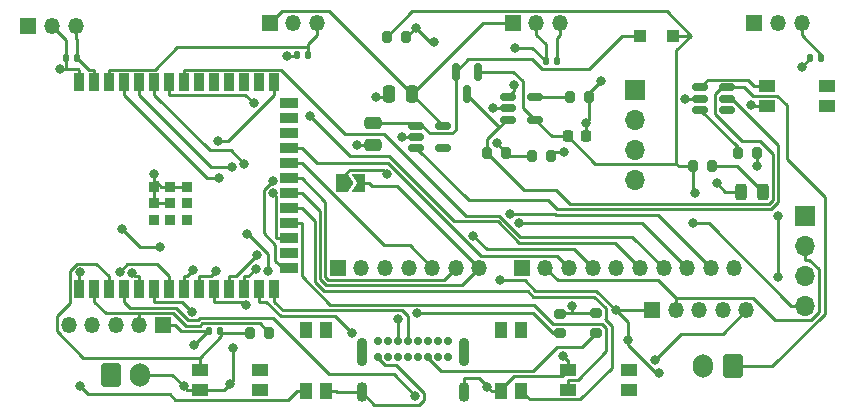
<source format=gbr>
%TF.GenerationSoftware,KiCad,Pcbnew,7.0.7*%
%TF.CreationDate,2025-04-06T11:57:42-05:00*%
%TF.ProjectId,LASK5_V2-0,4c41534b-355f-4563-922d-302e6b696361,rev?*%
%TF.SameCoordinates,Original*%
%TF.FileFunction,Copper,L1,Top*%
%TF.FilePolarity,Positive*%
%FSLAX46Y46*%
G04 Gerber Fmt 4.6, Leading zero omitted, Abs format (unit mm)*
G04 Created by KiCad (PCBNEW 7.0.7) date 2025-04-06 11:57:42*
%MOMM*%
%LPD*%
G01*
G04 APERTURE LIST*
G04 Aperture macros list*
%AMRoundRect*
0 Rectangle with rounded corners*
0 $1 Rounding radius*
0 $2 $3 $4 $5 $6 $7 $8 $9 X,Y pos of 4 corners*
0 Add a 4 corners polygon primitive as box body*
4,1,4,$2,$3,$4,$5,$6,$7,$8,$9,$2,$3,0*
0 Add four circle primitives for the rounded corners*
1,1,$1+$1,$2,$3*
1,1,$1+$1,$4,$5*
1,1,$1+$1,$6,$7*
1,1,$1+$1,$8,$9*
0 Add four rect primitives between the rounded corners*
20,1,$1+$1,$2,$3,$4,$5,0*
20,1,$1+$1,$4,$5,$6,$7,0*
20,1,$1+$1,$6,$7,$8,$9,0*
20,1,$1+$1,$8,$9,$2,$3,0*%
%AMFreePoly0*
4,1,6,1.000000,0.000000,0.500000,-0.750000,-0.500000,-0.750000,-0.500000,0.750000,0.500000,0.750000,1.000000,0.000000,1.000000,0.000000,$1*%
%AMFreePoly1*
4,1,6,0.500000,-0.750000,-0.650000,-0.750000,-0.150000,0.000000,-0.650000,0.750000,0.500000,0.750000,0.500000,-0.750000,0.500000,-0.750000,$1*%
G04 Aperture macros list end*
%TA.AperFunction,SMDPad,CuDef*%
%ADD10RoundRect,0.140000X-0.140000X-0.170000X0.140000X-0.170000X0.140000X0.170000X-0.140000X0.170000X0*%
%TD*%
%TA.AperFunction,SMDPad,CuDef*%
%ADD11RoundRect,0.200000X-0.200000X-0.275000X0.200000X-0.275000X0.200000X0.275000X-0.200000X0.275000X0*%
%TD*%
%TA.AperFunction,SMDPad,CuDef*%
%ADD12RoundRect,0.250000X-0.475000X0.250000X-0.475000X-0.250000X0.475000X-0.250000X0.475000X0.250000X0*%
%TD*%
%TA.AperFunction,SMDPad,CuDef*%
%ADD13RoundRect,0.150000X-0.150000X0.587500X-0.150000X-0.587500X0.150000X-0.587500X0.150000X0.587500X0*%
%TD*%
%TA.AperFunction,SMDPad,CuDef*%
%ADD14RoundRect,0.150000X-0.512500X-0.150000X0.512500X-0.150000X0.512500X0.150000X-0.512500X0.150000X0*%
%TD*%
%TA.AperFunction,SMDPad,CuDef*%
%ADD15RoundRect,0.200000X0.275000X-0.200000X0.275000X0.200000X-0.275000X0.200000X-0.275000X-0.200000X0*%
%TD*%
%TA.AperFunction,ComponentPad*%
%ADD16R,1.700000X1.700000*%
%TD*%
%TA.AperFunction,ComponentPad*%
%ADD17O,1.700000X1.700000*%
%TD*%
%TA.AperFunction,ComponentPad*%
%ADD18R,1.350000X1.350000*%
%TD*%
%TA.AperFunction,ComponentPad*%
%ADD19O,1.350000X1.350000*%
%TD*%
%TA.AperFunction,SMDPad,CuDef*%
%ADD20R,1.450000X1.000000*%
%TD*%
%TA.AperFunction,SMDPad,CuDef*%
%ADD21RoundRect,0.225000X0.225000X0.250000X-0.225000X0.250000X-0.225000X-0.250000X0.225000X-0.250000X0*%
%TD*%
%TA.AperFunction,SMDPad,CuDef*%
%ADD22RoundRect,0.250000X-0.300000X-0.300000X0.300000X-0.300000X0.300000X0.300000X-0.300000X0.300000X0*%
%TD*%
%TA.AperFunction,SMDPad,CuDef*%
%ADD23FreePoly0,0.000000*%
%TD*%
%TA.AperFunction,SMDPad,CuDef*%
%ADD24FreePoly1,0.000000*%
%TD*%
%TA.AperFunction,ComponentPad*%
%ADD25RoundRect,0.250000X0.600000X0.750000X-0.600000X0.750000X-0.600000X-0.750000X0.600000X-0.750000X0*%
%TD*%
%TA.AperFunction,ComponentPad*%
%ADD26O,1.700000X2.000000*%
%TD*%
%TA.AperFunction,SMDPad,CuDef*%
%ADD27R,0.812800X1.498600*%
%TD*%
%TA.AperFunction,SMDPad,CuDef*%
%ADD28R,1.498600X0.812800*%
%TD*%
%TA.AperFunction,SMDPad,CuDef*%
%ADD29R,0.889000X0.889000*%
%TD*%
%TA.AperFunction,ComponentPad*%
%ADD30RoundRect,0.250000X-0.600000X-0.750000X0.600000X-0.750000X0.600000X0.750000X-0.600000X0.750000X0*%
%TD*%
%TA.AperFunction,SMDPad,CuDef*%
%ADD31R,1.000000X1.450000*%
%TD*%
%TA.AperFunction,ComponentPad*%
%ADD32C,0.700000*%
%TD*%
%TA.AperFunction,ComponentPad*%
%ADD33O,0.900000X2.400000*%
%TD*%
%TA.AperFunction,ComponentPad*%
%ADD34O,0.900000X1.700000*%
%TD*%
%TA.AperFunction,SMDPad,CuDef*%
%ADD35RoundRect,0.200000X0.200000X0.275000X-0.200000X0.275000X-0.200000X-0.275000X0.200000X-0.275000X0*%
%TD*%
%TA.AperFunction,SMDPad,CuDef*%
%ADD36RoundRect,0.243750X-0.243750X-0.456250X0.243750X-0.456250X0.243750X0.456250X-0.243750X0.456250X0*%
%TD*%
%TA.AperFunction,SMDPad,CuDef*%
%ADD37RoundRect,0.250000X0.250000X0.475000X-0.250000X0.475000X-0.250000X-0.475000X0.250000X-0.475000X0*%
%TD*%
%TA.AperFunction,ViaPad*%
%ADD38C,0.800000*%
%TD*%
%TA.AperFunction,Conductor*%
%ADD39C,0.250000*%
%TD*%
G04 APERTURE END LIST*
D10*
%TO.P,C2,1*%
%TO.N,GND*%
X122484000Y-71120000D03*
%TO.P,C2,2*%
%TO.N,hall_0*%
X123444000Y-71120000D03*
%TD*%
D11*
%TO.P,R4,1*%
%TO.N,Net-(U4-PROG)*%
X165101000Y-74427000D03*
%TO.P,R4,2*%
%TO.N,GND*%
X166751000Y-74427000D03*
%TD*%
D12*
%TO.P,C6,1*%
%TO.N,VIN*%
X148452000Y-76581000D03*
%TO.P,C6,2*%
%TO.N,GND*%
X148452000Y-78481000D03*
%TD*%
D11*
%TO.P,R9,1*%
%TO.N,VBUS*%
X149607000Y-69342000D03*
%TO.P,R9,2*%
%TO.N,GND*%
X151257000Y-69342000D03*
%TD*%
D13*
%TO.P,Q2,1,G*%
%TO.N,VBUS*%
X157353000Y-72263000D03*
%TO.P,Q2,2,S*%
%TO.N,VIN*%
X155453000Y-72263000D03*
%TO.P,Q2,3,D*%
%TO.N,VBAT*%
X156403000Y-74138000D03*
%TD*%
D14*
%TO.P,U4,1,~{CHRG}*%
%TO.N,Net-(D2-K)*%
X159904000Y-74427000D03*
%TO.P,U4,2,GND*%
%TO.N,GND*%
X159904000Y-75377000D03*
%TO.P,U4,3,BAT*%
%TO.N,VBAT*%
X159904000Y-76327000D03*
%TO.P,U4,4,V_{CC}*%
%TO.N,VBUS*%
X162179000Y-76327000D03*
%TO.P,U4,5,PROG*%
%TO.N,Net-(U4-PROG)*%
X162179000Y-74427000D03*
%TD*%
D15*
%TO.P,R2,1*%
%TO.N,Net-(P1-CC)*%
X164338000Y-94424000D03*
%TO.P,R2,2*%
%TO.N,GND*%
X164338000Y-92774000D03*
%TD*%
D16*
%TO.P,J9,1,Pin_1*%
%TO.N,GND*%
X170688000Y-73787000D03*
D17*
%TO.P,J9,2,Pin_2*%
%TO.N,+3V3*%
X170688000Y-76327000D03*
%TO.P,J9,3,Pin_3*%
%TO.N,SCL*%
X170688000Y-78867000D03*
%TO.P,J9,4,Pin_4*%
%TO.N,SDA*%
X170688000Y-81407000D03*
%TD*%
D18*
%TO.P,J3,1,Pin_1*%
%TO.N,GND*%
X161068000Y-88900000D03*
D19*
%TO.P,J3,2,Pin_2*%
%TO.N,+3V3*%
X163068000Y-88900000D03*
%TO.P,J3,3,Pin_3*%
%TO.N,GP21*%
X165068000Y-88900000D03*
%TO.P,J3,4,Pin_4*%
%TO.N,GP18*%
X167068000Y-88900000D03*
%TO.P,J3,5,Pin_5*%
%TO.N,GP17*%
X169068000Y-88900000D03*
%TO.P,J3,6,Pin_6*%
%TO.N,GP34*%
X171068000Y-88900000D03*
%TO.P,J3,7,Pin_7*%
%TO.N,GP33*%
X173068000Y-88900000D03*
%TO.P,J3,8,Pin_8*%
%TO.N,TX*%
X175068000Y-88900000D03*
%TO.P,J3,9,Pin_9*%
%TO.N,RX*%
X177068000Y-88900000D03*
%TO.P,J3,10,Pin_10*%
%TO.N,GP42*%
X179068000Y-88900000D03*
%TD*%
D20*
%TO.P,SW_PWR1,1,1*%
%TO.N,GND*%
X181794000Y-75184000D03*
%TO.P,SW_PWR1,2,2*%
%TO.N,Net-(MAX1-In)*%
X181794000Y-73484000D03*
%TO.P,SW_PWR1,3*%
%TO.N,N/C*%
X186944000Y-75184000D03*
%TO.P,SW_PWR1,4*%
X186944000Y-73484000D03*
%TD*%
D18*
%TO.P,H2,1,VCC*%
%TO.N,+3V3*%
X139732000Y-68167600D03*
D19*
%TO.P,H2,2,GND*%
%TO.N,GND*%
X141732000Y-68167600D03*
%TO.P,H2,3,VOUT*%
%TO.N,hall_1*%
X143732000Y-68167600D03*
%TD*%
D21*
%TO.P,C8,1*%
%TO.N,GND*%
X166497000Y-77729000D03*
%TO.P,C8,2*%
%TO.N,VBUS*%
X164947000Y-77729000D03*
%TD*%
D14*
%TO.P,U3,1,IN*%
%TO.N,VIN*%
X152146000Y-76835000D03*
%TO.P,U3,2,GND*%
%TO.N,GND*%
X152146000Y-77785000D03*
%TO.P,U3,3,EN*%
%TO.N,LDO_EN*%
X152146000Y-78735000D03*
%TO.P,U3,4,NC*%
%TO.N,unconnected-(U3-NC-Pad4)*%
X154421000Y-78735000D03*
%TO.P,U3,5,OUT*%
%TO.N,+3V3*%
X154421000Y-76835000D03*
%TD*%
D11*
%TO.P,R3,1*%
%TO.N,Net-(MAX1-CLEAR)*%
X179325000Y-79121000D03*
%TO.P,R3,2*%
%TO.N,GND*%
X180975000Y-79121000D03*
%TD*%
%TO.P,R8,1*%
%TO.N,Net-(JP1-A)*%
X161926000Y-79375000D03*
%TO.P,R8,2*%
%TO.N,GND*%
X163576000Y-79375000D03*
%TD*%
D10*
%TO.P,C4,1*%
%TO.N,GND*%
X142042000Y-70866000D03*
%TO.P,C4,2*%
%TO.N,hall_1*%
X143002000Y-70866000D03*
%TD*%
%TO.P,C5,1*%
%TO.N,GND*%
X134549000Y-94234000D03*
%TO.P,C5,2*%
%TO.N,EN*%
X135509000Y-94234000D03*
%TD*%
%TO.P,C3,1*%
%TO.N,GND*%
X185476000Y-71120000D03*
%TO.P,C3,2*%
%TO.N,hall_3*%
X186436000Y-71120000D03*
%TD*%
D22*
%TO.P,D1,1,K*%
%TO.N,VIN*%
X171087000Y-69215000D03*
%TO.P,D1,2,A*%
%TO.N,VBUS*%
X173887000Y-69215000D03*
%TD*%
D18*
%TO.P,Joystick1,1,Pin_1*%
%TO.N,GND*%
X172085000Y-92456000D03*
D19*
%TO.P,Joystick1,2,Pin_2*%
%TO.N,+3V3*%
X174085000Y-92456000D03*
%TO.P,Joystick1,3,Pin_3*%
%TO.N,JX*%
X176085000Y-92456000D03*
%TO.P,Joystick1,4,Pin_4*%
%TO.N,JY*%
X178085000Y-92456000D03*
%TO.P,Joystick1,5,Pin_5*%
%TO.N,JSW*%
X180085000Y-92456000D03*
%TD*%
D18*
%TO.P,H4,1,VCC*%
%TO.N,+3V3*%
X180753000Y-68167600D03*
D19*
%TO.P,H4,2,GND*%
%TO.N,GND*%
X182753000Y-68167600D03*
%TO.P,H4,3,VOUT*%
%TO.N,hall_3*%
X184753000Y-68167600D03*
%TD*%
D18*
%TO.P,J6,1,Pin_1*%
%TO.N,GND*%
X145480000Y-88900000D03*
D19*
%TO.P,J6,2,Pin_2*%
%TO.N,+3V3*%
X147480000Y-88900000D03*
%TO.P,J6,3,Pin_3*%
%TO.N,GP16*%
X149480000Y-88900000D03*
%TO.P,J6,4,Pin_4*%
%TO.N,GP15*%
X151480000Y-88900000D03*
%TO.P,J6,5,Pin_5*%
%TO.N,GP14*%
X153480000Y-88900000D03*
%TO.P,J6,6,Pin_6*%
%TO.N,GP13*%
X155480000Y-88900000D03*
%TO.P,J6,7,Pin_7*%
%TO.N,ADC_BAT*%
X157480000Y-88900000D03*
%TD*%
D15*
%TO.P,R1,1*%
%TO.N,Net-(P1-VCONN)*%
X167386000Y-94361000D03*
%TO.P,R1,2*%
%TO.N,GND*%
X167386000Y-92711000D03*
%TD*%
D20*
%TO.P,SW_SEL1,1,1*%
%TO.N,b_select*%
X164973000Y-99187000D03*
%TO.P,SW_SEL1,2,2*%
%TO.N,GND*%
X164973000Y-97487000D03*
%TO.P,SW_SEL1,3*%
%TO.N,N/C*%
X170123000Y-99187000D03*
%TO.P,SW_SEL1,4*%
X170123000Y-97487000D03*
%TD*%
D23*
%TO.P,JP1,1,A*%
%TO.N,Net-(JP1-A)*%
X145870000Y-81661000D03*
D24*
%TO.P,JP1,2,B*%
%TO.N,ADC_BAT*%
X147320000Y-81661000D03*
%TD*%
D11*
%TO.P,R7,1*%
%TO.N,VBAT*%
X158116000Y-79121000D03*
%TO.P,R7,2*%
%TO.N,Net-(JP1-A)*%
X159766000Y-79121000D03*
%TD*%
D25*
%TO.P,BattExtLTC4054,1*%
%TO.N,VBAT*%
X178923000Y-97201000D03*
D26*
%TO.P,BattExtLTC4054,2*%
%TO.N,GND*%
X176423000Y-97201000D03*
%TD*%
D27*
%TO.P,U2,1,GND*%
%TO.N,GND*%
X123591000Y-90665000D03*
%TO.P,U2,2,3V3*%
%TO.N,+3V3*%
X124861000Y-90665000D03*
%TO.P,U2,3,EN*%
%TO.N,EN*%
X126131000Y-90665000D03*
%TO.P,U2,4,IO4*%
%TO.N,hall_3*%
X127401000Y-90665000D03*
%TO.P,U2,5,IO5*%
%TO.N,JX*%
X128671000Y-90665000D03*
%TO.P,U2,6,IO6*%
%TO.N,JY*%
X129941000Y-90665000D03*
%TO.P,U2,7,IO7*%
%TO.N,JSW*%
X131211000Y-90665000D03*
%TO.P,U2,8,IO15*%
%TO.N,GP15*%
X132481000Y-90665000D03*
%TO.P,U2,9,IO16*%
%TO.N,GP16*%
X133751000Y-90665000D03*
%TO.P,U2,10,IO17*%
%TO.N,GP17*%
X135021000Y-90665000D03*
%TO.P,U2,11,IO18*%
%TO.N,GP18*%
X136291000Y-90665000D03*
%TO.P,U2,12,IO8*%
%TO.N,SDA*%
X137561000Y-90665000D03*
%TO.P,U2,13,IO19*%
%TO.N,D-*%
X138831000Y-90665000D03*
%TO.P,U2,14,IO20*%
%TO.N,D+*%
X140101000Y-90665000D03*
D28*
%TO.P,U2,15,IO3*%
%TO.N,hall_2*%
X141351000Y-88900000D03*
%TO.P,U2,16,IO46*%
%TO.N,unconnected-(U2-IO46-Pad16)*%
X141351000Y-87630000D03*
%TO.P,U2,17,IO9*%
%TO.N,SCL*%
X141351000Y-86360000D03*
%TO.P,U2,18,IO10*%
%TO.N,b_select*%
X141351000Y-85090000D03*
%TO.P,U2,19,IO11*%
%TO.N,b_start*%
X141351000Y-83820000D03*
%TO.P,U2,20,IO12*%
%TO.N,ADC_BAT*%
X141351000Y-82550000D03*
%TO.P,U2,21,IO13*%
%TO.N,GP13*%
X141351000Y-81280000D03*
%TO.P,U2,22,IO14*%
%TO.N,GP14*%
X141351000Y-80010000D03*
%TO.P,U2,23,IO21*%
%TO.N,GP21*%
X141351000Y-78740000D03*
%TO.P,U2,24,IO47*%
%TO.N,unconnected-(U2-IO47-Pad24)*%
X141351000Y-77470000D03*
%TO.P,U2,25,IO48*%
%TO.N,unconnected-(U2-IO48-Pad25)*%
X141351000Y-76200000D03*
%TO.P,U2,26,IO45*%
%TO.N,unconnected-(U2-IO45-Pad26)*%
X141351000Y-74930000D03*
D27*
%TO.P,U2,27,IO0*%
%TO.N,100*%
X140101000Y-73165000D03*
%TO.P,U2,28,IO35*%
%TO.N,unconnected-(U2-IO35-Pad28)*%
X138831000Y-73165000D03*
%TO.P,U2,29,IO36*%
%TO.N,unconnected-(U2-IO36-Pad29)*%
X137561000Y-73165000D03*
%TO.P,U2,30,IO37*%
%TO.N,unconnected-(U2-IO37-Pad30)*%
X136291000Y-73165000D03*
%TO.P,U2,31,IO38*%
%TO.N,unconnected-(U2-IO38-Pad31)*%
X135021000Y-73165000D03*
%TO.P,U2,32,IO39*%
%TO.N,unconnected-(U2-IO39-Pad32)*%
X133751000Y-73165000D03*
%TO.P,U2,33,IO40*%
%TO.N,GP33*%
X132481000Y-73165000D03*
%TO.P,U2,34,IO41*%
%TO.N,GP34*%
X131211000Y-73165000D03*
%TO.P,U2,35,IO42*%
%TO.N,GP42*%
X129941000Y-73165000D03*
%TO.P,U2,36,RXD0*%
%TO.N,RX*%
X128671000Y-73165000D03*
%TO.P,U2,37,TXD0*%
%TO.N,TX*%
X127401000Y-73165000D03*
%TO.P,U2,38,IO2*%
%TO.N,hall_1*%
X126131000Y-73165000D03*
%TO.P,U2,39,IO1*%
%TO.N,hall_0*%
X124861000Y-73165000D03*
%TO.P,U2,40,GND*%
%TO.N,GND*%
X123591000Y-73165000D03*
D29*
%TO.P,U2,41,GND*%
X131311000Y-83415000D03*
%TO.P,U2,42*%
%TO.N,N/C*%
X129911000Y-84815000D03*
%TO.P,U2,43*%
X131311000Y-84815000D03*
%TO.P,U2,44*%
X132711000Y-84815000D03*
%TO.P,U2,45*%
X132711000Y-83415000D03*
%TO.P,U2,46,GND*%
%TO.N,GND*%
X132711000Y-82015000D03*
%TO.P,U2,47,GND*%
X131311000Y-82015000D03*
%TO.P,U2,48,GND*%
X129911000Y-82015000D03*
%TO.P,U2,49,GND*%
X129911000Y-83415000D03*
%TD*%
D30*
%TO.P,J2,1*%
%TO.N,VBAT*%
X126278000Y-97917000D03*
D26*
%TO.P,J2,2*%
%TO.N,GND*%
X128778000Y-97917000D03*
%TD*%
D18*
%TO.P,Joystick2,1,Pin_1*%
%TO.N,GND*%
X130683000Y-93726000D03*
D19*
%TO.P,Joystick2,2,Pin_2*%
%TO.N,+3V3*%
X128683000Y-93726000D03*
%TO.P,Joystick2,3,Pin_3*%
%TO.N,JX*%
X126683000Y-93726000D03*
%TO.P,Joystick2,4,Pin_4*%
%TO.N,JY*%
X124683000Y-93726000D03*
%TO.P,Joystick2,5,Pin_5*%
%TO.N,JSW*%
X122683000Y-93726000D03*
%TD*%
D31*
%TO.P,SW_RST1,1,1*%
%TO.N,GND*%
X144526000Y-99314000D03*
%TO.P,SW_RST1,2,2*%
%TO.N,100*%
X142826000Y-99314000D03*
%TO.P,SW_RST1,3*%
%TO.N,N/C*%
X144526000Y-94164000D03*
%TO.P,SW_RST1,4*%
X142826000Y-94164000D03*
%TD*%
D32*
%TO.P,P1,A1,GND*%
%TO.N,GND*%
X148881000Y-95043000D03*
%TO.P,P1,A4,VBUS*%
%TO.N,VBUS*%
X149731000Y-95043000D03*
%TO.P,P1,A5,CC*%
%TO.N,Net-(P1-CC)*%
X150581000Y-95043000D03*
%TO.P,P1,A6,D+*%
%TO.N,D+*%
X151431000Y-95043000D03*
%TO.P,P1,A7,D-*%
%TO.N,D-*%
X152281000Y-95043000D03*
%TO.P,P1,A8*%
%TO.N,N/C*%
X153131000Y-95043000D03*
%TO.P,P1,A9,VBUS*%
%TO.N,VBUS*%
X153981000Y-95043000D03*
%TO.P,P1,A12,GND*%
%TO.N,GND*%
X154831000Y-95043000D03*
%TO.P,P1,B1,GND*%
X154831000Y-96393000D03*
%TO.P,P1,B4,VBUS*%
%TO.N,VBUS*%
X153981000Y-96393000D03*
%TO.P,P1,B5,VCONN*%
%TO.N,Net-(P1-VCONN)*%
X153131000Y-96393000D03*
%TO.P,P1,B6*%
%TO.N,N/C*%
X152281000Y-96393000D03*
%TO.P,P1,B7*%
X151431000Y-96393000D03*
%TO.P,P1,B8*%
X150581000Y-96393000D03*
%TO.P,P1,B9,VBUS*%
%TO.N,VBUS*%
X149731000Y-96393000D03*
%TO.P,P1,B12,GND*%
%TO.N,GND*%
X148881000Y-96393000D03*
D33*
%TO.P,P1,S1,SHIELD*%
X147531000Y-96023000D03*
D34*
X147531000Y-99403000D03*
D33*
X156181000Y-96023000D03*
D34*
X156181000Y-99403000D03*
%TD*%
D35*
%TO.P,R6,1*%
%TO.N,+3V3*%
X139700000Y-94361000D03*
%TO.P,R6,2*%
%TO.N,EN*%
X138050000Y-94361000D03*
%TD*%
D36*
%TO.P,D2,1,K*%
%TO.N,Net-(D2-K)*%
X179608000Y-82423000D03*
%TO.P,D2,2,A*%
%TO.N,Net-(D2-A)*%
X181483000Y-82423000D03*
%TD*%
D20*
%TO.P,SW_BOOT1,1,1*%
%TO.N,GND*%
X133788000Y-99236000D03*
%TO.P,SW_BOOT1,2,2*%
%TO.N,EN*%
X133788000Y-97536000D03*
%TO.P,SW_BOOT1,3*%
%TO.N,N/C*%
X138938000Y-99236000D03*
%TO.P,SW_BOOT1,4*%
X138938000Y-97536000D03*
%TD*%
D11*
%TO.P,R5,1*%
%TO.N,VBUS*%
X175515000Y-80264000D03*
%TO.P,R5,2*%
%TO.N,Net-(D2-A)*%
X177165000Y-80264000D03*
%TD*%
D37*
%TO.P,C7,1*%
%TO.N,+3V3*%
X151754000Y-74168000D03*
%TO.P,C7,2*%
%TO.N,GND*%
X149854000Y-74168000D03*
%TD*%
D10*
%TO.P,C1,1*%
%TO.N,GND*%
X163096000Y-71374000D03*
%TO.P,C1,2*%
%TO.N,hall_2*%
X164056000Y-71374000D03*
%TD*%
D18*
%TO.P,H1,1,VCC*%
%TO.N,+3V3*%
X119285000Y-68398600D03*
D19*
%TO.P,H1,2,GND*%
%TO.N,GND*%
X121285000Y-68398600D03*
%TO.P,H1,3,VOUT*%
%TO.N,hall_0*%
X123285000Y-68398600D03*
%TD*%
D18*
%TO.P,H3,1,VCC*%
%TO.N,+3V3*%
X160306000Y-68167600D03*
D19*
%TO.P,H3,2,GND*%
%TO.N,GND*%
X162306000Y-68167600D03*
%TO.P,H3,3,VOUT*%
%TO.N,hall_2*%
X164306000Y-68167600D03*
%TD*%
D16*
%TO.P,J1,1,Pin_1*%
%TO.N,GND*%
X185039000Y-84455000D03*
D17*
%TO.P,J1,2,Pin_2*%
%TO.N,+3V3*%
X185039000Y-86995000D03*
%TO.P,J1,3,Pin_3*%
%TO.N,SCL*%
X185039000Y-89535000D03*
%TO.P,J1,4,Pin_4*%
%TO.N,SDA*%
X185039000Y-92075000D03*
%TD*%
D14*
%TO.P,MAX1,1,In*%
%TO.N,Net-(MAX1-In)*%
X176160000Y-73599000D03*
%TO.P,MAX1,2,GND*%
%TO.N,GND*%
X176160000Y-74549000D03*
%TO.P,MAX1,3,CLEAR*%
%TO.N,Net-(MAX1-CLEAR)*%
X176160000Y-75499000D03*
%TO.P,MAX1,4,OU*%
%TO.N,unconnected-(MAX1-OU-Pad4)*%
X178435000Y-75499000D03*
%TO.P,MAX1,5,OUT*%
%TO.N,LDO_EN*%
X178435000Y-74549000D03*
%TO.P,MAX1,6,Vcc*%
%TO.N,VBAT*%
X178435000Y-73599000D03*
%TD*%
D31*
%TO.P,SW_M1,1,1*%
%TO.N,b_start*%
X161036000Y-99314000D03*
%TO.P,SW_M1,2,2*%
%TO.N,GND*%
X159336000Y-99314000D03*
%TO.P,SW_M1,3*%
%TO.N,N/C*%
X161036000Y-94164000D03*
%TO.P,SW_M1,4*%
X159336000Y-94164000D03*
%TD*%
D38*
%TO.N,GND*%
X158115000Y-98933000D03*
%TO.N,hall_2*%
X139993000Y-81530100D03*
%TO.N,hall_3*%
X152054100Y-99728300D03*
%TO.N,GND*%
X167767000Y-73025000D03*
X139573000Y-89154000D03*
X170053000Y-94996000D03*
X184761400Y-71834600D03*
X147121300Y-78474800D03*
X121985600Y-72011300D03*
X127254000Y-85598000D03*
X137795000Y-85979000D03*
X182753000Y-84455000D03*
X172720000Y-97790000D03*
X150879700Y-77785000D03*
X130429000Y-87122000D03*
X160528000Y-70231000D03*
X159258000Y-89916000D03*
X180975000Y-80212500D03*
X136398000Y-98679000D03*
X165316200Y-92133100D03*
X133350000Y-95377000D03*
X132457700Y-98908600D03*
X166497000Y-76636400D03*
X158638000Y-75377000D03*
X169037000Y-92456000D03*
X164579400Y-96359000D03*
X141155000Y-70902900D03*
X148729000Y-74407300D03*
X152067000Y-68532000D03*
X164619300Y-79051600D03*
X136652000Y-95631000D03*
X153670000Y-69723000D03*
X123681700Y-89263700D03*
X180459700Y-75088400D03*
X174888400Y-74549000D03*
X129911000Y-80968600D03*
X182753000Y-89662000D03*
%TO.N,SCL*%
X139999200Y-82578500D03*
%TO.N,SDA*%
X175540700Y-85082800D03*
X138516000Y-88951800D03*
%TO.N,JX*%
X128073700Y-89310300D03*
%TO.N,JY*%
X133141500Y-92583900D03*
%TO.N,JSW*%
X127000700Y-89220300D03*
X172335300Y-96640800D03*
%TO.N,GP15*%
X133257100Y-89044300D03*
%TO.N,GP16*%
X135204800Y-89116700D03*
%TO.N,VBUS*%
X175687900Y-82556200D03*
%TO.N,Net-(P1-CC)*%
X152165200Y-92718800D03*
X150602200Y-93177100D03*
%TO.N,Net-(JP1-A)*%
X149646700Y-80936600D03*
X158955300Y-78279800D03*
%TO.N,Net-(D2-K)*%
X160421000Y-73424200D03*
X177560500Y-81696900D03*
%TO.N,D-*%
X146698000Y-94424300D03*
%TO.N,100*%
X135360600Y-78169300D03*
X123619900Y-98838100D03*
%TO.N,GP17*%
X137695000Y-92040700D03*
%TO.N,GP18*%
X156963600Y-86195900D03*
X138659800Y-87780000D03*
%TO.N,GP34*%
X138360900Y-74939100D03*
X143116100Y-76008600D03*
%TO.N,TX*%
X135423400Y-81235700D03*
X160829100Y-85058600D03*
%TO.N,RX*%
X136543100Y-80298900D03*
X160072000Y-84318900D03*
%TO.N,GP42*%
X137572300Y-80088400D03*
%TD*%
D39*
%TO.N,GND*%
X172085000Y-92456000D02*
X169037000Y-92456000D01*
X158128100Y-98933000D02*
X158509100Y-99314000D01*
X158115000Y-98933000D02*
X158128100Y-98933000D01*
X158115000Y-98919900D02*
X158115000Y-98933000D01*
X160440300Y-98034700D02*
X164425300Y-98034700D01*
X159336000Y-99139000D02*
X160440300Y-98034700D01*
X164425300Y-98034700D02*
X164973000Y-97487000D01*
X159336000Y-99314000D02*
X159336000Y-99139000D01*
X128778000Y-97917000D02*
X131466100Y-97917000D01*
X131466100Y-97917000D02*
X132457700Y-98908600D01*
X135841000Y-99236000D02*
X136398000Y-98679000D01*
X133788000Y-99236000D02*
X135841000Y-99236000D01*
X122484000Y-69597600D02*
X121285000Y-68398600D01*
X122484000Y-71120000D02*
X122484000Y-69597600D01*
%TO.N,hall_2*%
X164306000Y-69169500D02*
X164056000Y-69419500D01*
X140208000Y-86929596D02*
X139243200Y-85964796D01*
X140208000Y-88292700D02*
X140208000Y-86929596D01*
X140815300Y-88900000D02*
X140208000Y-88292700D01*
X139243200Y-85964796D02*
X139243200Y-82279900D01*
X141351000Y-88900000D02*
X140815300Y-88900000D01*
X164306000Y-68167600D02*
X164306000Y-69169500D01*
X164056000Y-69419500D02*
X164056000Y-71374000D01*
X139243200Y-82279900D02*
X139993000Y-81530100D01*
%TO.N,hall_0*%
X124861000Y-73165000D02*
X124861000Y-72088800D01*
X124412800Y-72088800D02*
X124861000Y-72088800D01*
X123285000Y-69400500D02*
X123444000Y-69559500D01*
X123285000Y-68398600D02*
X123285000Y-69400500D01*
X123444000Y-71120000D02*
X124412800Y-72088800D01*
X123444000Y-69559500D02*
X123444000Y-71120000D01*
%TO.N,hall_3*%
X186436000Y-70852500D02*
X186436000Y-71120000D01*
X131755600Y-92234100D02*
X132832300Y-93310800D01*
X127401000Y-91741200D02*
X127893900Y-92234100D01*
X127893900Y-92234100D02*
X131755600Y-92234100D01*
X184753000Y-69169500D02*
X186436000Y-70852500D01*
X150213800Y-97888000D02*
X152054100Y-99728300D01*
X139986300Y-93094100D02*
X144780200Y-97888000D01*
X132832300Y-93310800D02*
X133605000Y-93310800D01*
X133821700Y-93094100D02*
X139986300Y-93094100D01*
X133605000Y-93310800D02*
X133821700Y-93094100D01*
X127401000Y-90665000D02*
X127401000Y-91741200D01*
X184753000Y-68167600D02*
X184753000Y-69169500D01*
X144780200Y-97888000D02*
X150213800Y-97888000D01*
%TO.N,hall_1*%
X126131000Y-73165000D02*
X126131000Y-72088800D01*
X143732000Y-68167600D02*
X143732000Y-69169500D01*
X143002000Y-70176000D02*
X143002000Y-70866000D01*
X143002000Y-70176000D02*
X131885800Y-70176000D01*
X131885800Y-70176000D02*
X129973000Y-72088800D01*
X143732000Y-69169500D02*
X143002000Y-69899500D01*
X129973000Y-72088800D02*
X126131000Y-72088800D01*
X143002000Y-69899500D02*
X143002000Y-70176000D01*
%TO.N,GND*%
X149614700Y-74407300D02*
X149854000Y-74168000D01*
X137884105Y-85979000D02*
X137795000Y-85979000D01*
X157421200Y-98226100D02*
X158115000Y-98919900D01*
X136652000Y-98425000D02*
X136398000Y-98679000D01*
X172459195Y-97790000D02*
X170053000Y-95383805D01*
X129911000Y-81822100D02*
X129911000Y-81629300D01*
X134493000Y-94234000D02*
X133350000Y-95377000D01*
X129911000Y-81629300D02*
X129911000Y-81243600D01*
X148729000Y-74407300D02*
X149614700Y-74407300D01*
X130429000Y-87122000D02*
X128778000Y-87122000D01*
X166497000Y-76636400D02*
X166751000Y-76382400D01*
X132192900Y-94234000D02*
X134549000Y-94234000D01*
X180459700Y-75088400D02*
X180646500Y-75088400D01*
X184761400Y-71834600D02*
X185476000Y-71120000D01*
X152146000Y-77785000D02*
X150879700Y-77785000D01*
X129911000Y-81822100D02*
X129911000Y-82015000D01*
X160528000Y-70231000D02*
X161953000Y-70231000D01*
X131311000Y-83415000D02*
X130539600Y-83415000D01*
X156181000Y-99403000D02*
X156181000Y-98226100D01*
X169037000Y-92456000D02*
X170053000Y-93472000D01*
X123591000Y-89588800D02*
X123681700Y-89498100D01*
X152781000Y-100026705D02*
X152781000Y-99429895D01*
X147531000Y-99403000D02*
X148581300Y-100453300D01*
X129911000Y-81243600D02*
X129911000Y-80968600D01*
X166751000Y-74427000D02*
X166751000Y-74041000D01*
X141155000Y-70902900D02*
X142005100Y-70902900D01*
X129911000Y-83415000D02*
X130539600Y-83415000D01*
X158638000Y-75377000D02*
X159904000Y-75377000D01*
X139573000Y-89154000D02*
X139573000Y-87667895D01*
X130683000Y-93726000D02*
X131684900Y-93726000D01*
X148445800Y-78474800D02*
X148452000Y-78481000D01*
X163096000Y-71374000D02*
X163096000Y-69959500D01*
X142005100Y-70902900D02*
X142042000Y-70866000D01*
X147531000Y-99403000D02*
X145441900Y-99403000D01*
X122484000Y-72011300D02*
X123513500Y-72011300D01*
X132711000Y-82015000D02*
X131311000Y-82015000D01*
X150419105Y-97068000D02*
X149451405Y-97068000D01*
X172720000Y-97790000D02*
X172459195Y-97790000D01*
X163096000Y-69959500D02*
X162306000Y-69169500D01*
X170053000Y-95383805D02*
X170053000Y-94996000D01*
X159258000Y-89916000D02*
X161291396Y-89916000D01*
X131684900Y-93726000D02*
X132192900Y-94234000D01*
X164880500Y-96660100D02*
X164973000Y-96660100D01*
X123591000Y-90665000D02*
X123591000Y-89588800D01*
X153670000Y-69723000D02*
X153258000Y-69723000D01*
X134549000Y-94234000D02*
X134493000Y-94234000D01*
X139573000Y-87667895D02*
X137884105Y-85979000D01*
X123513500Y-72011300D02*
X123591000Y-72088800D01*
X132457700Y-98908600D02*
X132736100Y-99187000D01*
X167386000Y-90805000D02*
X169037000Y-92456000D01*
X121985600Y-72011300D02*
X122484000Y-72011300D01*
X123681700Y-89498100D02*
X123681700Y-89263700D01*
X147121300Y-78474800D02*
X148445800Y-78474800D01*
X162180396Y-90805000D02*
X167386000Y-90805000D01*
X148881000Y-96497595D02*
X148881000Y-96393000D01*
X152067000Y-68532000D02*
X151257000Y-69342000D01*
X164401000Y-92711000D02*
X164338000Y-92774000D01*
X149451405Y-97068000D02*
X148881000Y-96497595D01*
X170053000Y-93472000D02*
X170053000Y-94996000D01*
X165316200Y-92133100D02*
X165316200Y-92711000D01*
X163899400Y-79051600D02*
X163576000Y-79375000D01*
X144526000Y-99314000D02*
X145352900Y-99314000D01*
X181794000Y-75184000D02*
X180742100Y-75184000D01*
X129911000Y-81629300D02*
X130153900Y-81629300D01*
X152354405Y-100453300D02*
X152781000Y-100026705D01*
X170053000Y-94996000D02*
X170053000Y-94869000D01*
X167386000Y-92711000D02*
X165316200Y-92711000D01*
X156181000Y-98226100D02*
X157421200Y-98226100D01*
X130153900Y-81629300D02*
X130539600Y-82015000D01*
X122484000Y-72011300D02*
X122484000Y-71120000D01*
X129911000Y-82015000D02*
X129911000Y-83415000D01*
X123591000Y-73165000D02*
X123591000Y-72088800D01*
X152781000Y-99429895D02*
X150419105Y-97068000D01*
X136652000Y-95631000D02*
X136652000Y-98425000D01*
X166497000Y-77729000D02*
X166497000Y-76636400D01*
X166751000Y-76382400D02*
X166751000Y-74427000D01*
X161953000Y-70231000D02*
X163096000Y-71374000D01*
X176160000Y-74549000D02*
X174888400Y-74549000D01*
X128778000Y-87122000D02*
X127254000Y-85598000D01*
X180646500Y-75088400D02*
X180742100Y-75184000D01*
X148581300Y-100453300D02*
X152354405Y-100453300D01*
X159336000Y-99314000D02*
X158509100Y-99314000D01*
X145441900Y-99403000D02*
X145352900Y-99314000D01*
X133788000Y-99187000D02*
X132736100Y-99187000D01*
X164973000Y-97487000D02*
X164973000Y-96660100D01*
X153258000Y-69723000D02*
X152067000Y-68532000D01*
X182753000Y-84455000D02*
X182753000Y-89662000D01*
X180975000Y-80212500D02*
X180975000Y-79121000D01*
X165316200Y-92711000D02*
X164401000Y-92711000D01*
X131311000Y-82015000D02*
X130539600Y-82015000D01*
X164579400Y-96359000D02*
X164880500Y-96660100D01*
X166751000Y-74041000D02*
X167767000Y-73025000D01*
X164619300Y-79051600D02*
X163899400Y-79051600D01*
X161291396Y-89916000D02*
X162180396Y-90805000D01*
X162306000Y-68167600D02*
X162306000Y-69169500D01*
%TO.N,+3V3*%
X128683000Y-92725600D02*
X128683000Y-92724100D01*
X154421000Y-76835000D02*
X151754000Y-74168000D01*
X186238800Y-89005900D02*
X186238800Y-92575200D01*
X185039000Y-88171900D02*
X185404800Y-88171900D01*
X128684500Y-92724100D02*
X131565000Y-92724100D01*
X140747800Y-67151800D02*
X144737800Y-67151800D01*
X174085000Y-91454100D02*
X172562200Y-89931300D01*
X160306000Y-68167600D02*
X157754400Y-68167600D01*
X124861000Y-91741200D02*
X125843900Y-92724100D01*
X172562200Y-89931300D02*
X164099300Y-89931300D01*
X164099300Y-89931300D02*
X163068000Y-88900000D01*
X133792200Y-93762700D02*
X134000500Y-93554400D01*
X128683000Y-93726000D02*
X128683000Y-92725600D01*
X138893400Y-93554400D02*
X139700000Y-94361000D01*
X144737800Y-67151800D02*
X151754000Y-74168000D01*
X174085000Y-92456000D02*
X174085000Y-91454100D01*
X131565000Y-92724100D02*
X132603600Y-93762700D01*
X125843900Y-92724100D02*
X128683000Y-92724100D01*
X185039000Y-86995000D02*
X185039000Y-88171900D01*
X139732000Y-68167600D02*
X140747800Y-67151800D01*
X124861000Y-90665000D02*
X124861000Y-91741200D01*
X186238800Y-92575200D02*
X185525400Y-93288600D01*
X134000500Y-93554400D02*
X138893400Y-93554400D01*
X185525400Y-93288600D02*
X182467800Y-93288600D01*
X157754400Y-68167600D02*
X151754000Y-74168000D01*
X185404800Y-88171900D02*
X186238800Y-89005900D01*
X128683000Y-92725600D02*
X128684500Y-92724100D01*
X182467800Y-93288600D02*
X180633300Y-91454100D01*
X132603600Y-93762700D02*
X133792200Y-93762700D01*
X180633300Y-91454100D02*
X174085000Y-91454100D01*
%TO.N,SCL*%
X140274800Y-86360000D02*
X140274800Y-82854100D01*
X140274800Y-82854100D02*
X139999200Y-82578500D01*
X141351000Y-86360000D02*
X140274800Y-86360000D01*
%TO.N,SDA*%
X137561000Y-89588800D02*
X137879000Y-89588800D01*
X183862100Y-92075000D02*
X176869900Y-85082800D01*
X176869900Y-85082800D02*
X175540700Y-85082800D01*
X185039000Y-92075000D02*
X183862100Y-92075000D01*
X137879000Y-89588800D02*
X138516000Y-88951800D01*
X137561000Y-90665000D02*
X137561000Y-89588800D01*
%TO.N,JX*%
X128671000Y-90665000D02*
X128671000Y-89588800D01*
X128352200Y-89588800D02*
X128073700Y-89310300D01*
X128671000Y-89588800D02*
X128352200Y-89588800D01*
%TO.N,JY*%
X129941000Y-91741200D02*
X132298800Y-91741200D01*
X129941000Y-90665000D02*
X129941000Y-91741200D01*
X132298800Y-91741200D02*
X133141500Y-92583900D01*
%TO.N,JSW*%
X172335300Y-96640800D02*
X174537600Y-94438500D01*
X130205500Y-88583300D02*
X127637700Y-88583300D01*
X174537600Y-94438500D02*
X178102500Y-94438500D01*
X178102500Y-94438500D02*
X180085000Y-92456000D01*
X127637700Y-88583300D02*
X127000700Y-89220300D01*
X131211000Y-90665000D02*
X131211000Y-89588800D01*
X131211000Y-89588800D02*
X130205500Y-88583300D01*
%TO.N,b_start*%
X166023000Y-100012000D02*
X161734000Y-100012000D01*
X168186000Y-92293538D02*
X168186000Y-93128462D01*
X168102379Y-93212083D02*
X168658300Y-93768004D01*
X168186000Y-93128462D02*
X168102379Y-93212083D01*
X142427200Y-83820000D02*
X143526200Y-84919000D01*
X141351000Y-83820000D02*
X142427200Y-83820000D01*
X168658300Y-97376700D02*
X166023000Y-100012000D01*
X143526200Y-84919000D02*
X143526200Y-90036700D01*
X143526200Y-90036700D02*
X144295200Y-90805700D01*
X162052000Y-91313000D02*
X167205462Y-91313000D01*
X168658300Y-93768004D02*
X168658300Y-97376700D01*
X161734000Y-100012000D02*
X161036000Y-99314000D01*
X144295200Y-90805700D02*
X161544700Y-90805700D01*
X161544700Y-90805700D02*
X162052000Y-91313000D01*
X167205462Y-91313000D02*
X168186000Y-92293538D01*
%TO.N,GP14*%
X141351000Y-80010000D02*
X142427200Y-80010000D01*
X142427200Y-80010000D02*
X149392500Y-86975300D01*
X149392500Y-86975300D02*
X151555300Y-86975300D01*
X151555300Y-86975300D02*
X153480000Y-88900000D01*
%TO.N,GP15*%
X132481000Y-89588800D02*
X132712600Y-89588800D01*
X132712600Y-89588800D02*
X133257100Y-89044300D01*
X132481000Y-90665000D02*
X132481000Y-89588800D01*
%TO.N,GP16*%
X133751000Y-89588800D02*
X134732700Y-89588800D01*
X133751000Y-90665000D02*
X133751000Y-89588800D01*
X134732700Y-89588800D02*
X135204800Y-89116700D01*
%TO.N,VBAT*%
X163957300Y-82283500D02*
X161278500Y-82283500D01*
X181239100Y-78120600D02*
X182315900Y-79197400D01*
X177998400Y-73599000D02*
X177422900Y-74174500D01*
X186712000Y-92741100D02*
X186712000Y-82911400D01*
X179902600Y-73599000D02*
X178435000Y-73599000D01*
X161278500Y-82283500D02*
X158116000Y-79121000D01*
X182702500Y-74342300D02*
X180645900Y-74342300D01*
X178923000Y-97201000D02*
X182252100Y-97201000D01*
X182315900Y-83106100D02*
X181970600Y-83451400D01*
X159118900Y-76987600D02*
X158116000Y-77990500D01*
X186712000Y-82911400D02*
X183480000Y-79679400D01*
X177422900Y-75824700D02*
X179718800Y-78120600D01*
X156403000Y-74271700D02*
X159118900Y-76987600D01*
X179718800Y-78120600D02*
X181239100Y-78120600D01*
X181970600Y-83451400D02*
X165125200Y-83451400D01*
X178435000Y-73599000D02*
X177998400Y-73599000D01*
X158116000Y-77990500D02*
X158116000Y-79121000D01*
X159904000Y-76327000D02*
X159779500Y-76327000D01*
X165125200Y-83451400D02*
X163957300Y-82283500D01*
X182252100Y-97201000D02*
X186712000Y-92741100D01*
X177422900Y-74174500D02*
X177422900Y-75824700D01*
X156403000Y-74138000D02*
X156403000Y-74271700D01*
X159779500Y-76327000D02*
X159118900Y-76987600D01*
X183480000Y-79679400D02*
X183480000Y-75119800D01*
X180645900Y-74342300D02*
X179902600Y-73599000D01*
X183480000Y-75119800D02*
X182702500Y-74342300D01*
X182315900Y-79197400D02*
X182315900Y-83106100D01*
%TO.N,EN*%
X122813300Y-89100800D02*
X123407400Y-88506700D01*
X126131000Y-90665000D02*
X126131000Y-89588800D01*
X121674600Y-92963800D02*
X122813300Y-91825100D01*
X135636000Y-94361000D02*
X135636000Y-94621900D01*
X123936400Y-96469900D02*
X121674600Y-94208100D01*
X125048900Y-88506700D02*
X126131000Y-89588800D01*
X133788000Y-96469900D02*
X133788000Y-96660100D01*
X123407400Y-88506700D02*
X125048900Y-88506700D01*
X121674600Y-94208100D02*
X121674600Y-92963800D01*
X133788000Y-96469900D02*
X123936400Y-96469900D01*
X135636000Y-94361000D02*
X135509000Y-94234000D01*
X122813300Y-91825100D02*
X122813300Y-89100800D01*
X135636000Y-94621900D02*
X133788000Y-96469900D01*
X138050000Y-94361000D02*
X135636000Y-94361000D01*
X133788000Y-97487000D02*
X133788000Y-96660100D01*
%TO.N,VIN*%
X155123800Y-77491100D02*
X155453000Y-77161900D01*
X152602500Y-76835000D02*
X153258600Y-77491100D01*
X166774100Y-72027900D02*
X169587000Y-69215000D01*
X156531200Y-71184800D02*
X161909800Y-71184800D01*
X153258600Y-77491100D02*
X155123800Y-77491100D01*
X162752900Y-72027900D02*
X166774100Y-72027900D01*
X148452000Y-76581000D02*
X151892000Y-76581000D01*
X151892000Y-76581000D02*
X152146000Y-76835000D01*
X169587000Y-69215000D02*
X171087000Y-69215000D01*
X155453000Y-72263000D02*
X156531200Y-71184800D01*
X161909800Y-71184800D02*
X162752900Y-72027900D01*
X155453000Y-77161900D02*
X155453000Y-72263000D01*
X152146000Y-76835000D02*
X152602500Y-76835000D01*
%TO.N,VBUS*%
X161176500Y-73096400D02*
X160343100Y-72263000D01*
X175515000Y-80264000D02*
X174354900Y-80264000D01*
X174136900Y-70465100D02*
X174136900Y-80046000D01*
X164947000Y-77729000D02*
X163581000Y-77729000D01*
X162179000Y-76327000D02*
X161176500Y-75324500D01*
X173337700Y-67165700D02*
X151783300Y-67165700D01*
X167264000Y-80046000D02*
X164947000Y-77729000D01*
X175387000Y-69215000D02*
X173337700Y-67165700D01*
X160343100Y-72263000D02*
X157353000Y-72263000D01*
X161176500Y-75324500D02*
X161176500Y-73096400D01*
X174354900Y-80264000D02*
X174136900Y-80046000D01*
X175387000Y-69215000D02*
X174136900Y-70465100D01*
X175515000Y-82383300D02*
X175687900Y-82556200D01*
X175515000Y-80264000D02*
X175515000Y-82383300D01*
X163581000Y-77729000D02*
X162179000Y-76327000D01*
X173887000Y-69215000D02*
X175387000Y-69215000D01*
X151783300Y-67165700D02*
X149607000Y-69342000D01*
X174136900Y-80046000D02*
X167264000Y-80046000D01*
%TO.N,b_select*%
X141351000Y-85090000D02*
X142427200Y-85090000D01*
X142427200Y-85090000D02*
X142427200Y-89576800D01*
X144842100Y-91991700D02*
X162105100Y-91991700D01*
X142427200Y-89576800D02*
X144842100Y-91991700D01*
X164973000Y-99187000D02*
X164973000Y-98360100D01*
X168208300Y-93954400D02*
X168208300Y-95947500D01*
X162105100Y-91991700D02*
X163743700Y-93630300D01*
X168208300Y-95947500D02*
X165795700Y-98360100D01*
X167884200Y-93630300D02*
X168208300Y-93954400D01*
X165795700Y-98360100D02*
X164973000Y-98360100D01*
X163743700Y-93630300D02*
X167884200Y-93630300D01*
%TO.N,Net-(P1-VCONN)*%
X166163300Y-95583700D02*
X164053200Y-95583700D01*
X164053200Y-95583700D02*
X162052200Y-97584700D01*
X167386000Y-94361000D02*
X166163300Y-95583700D01*
X154181000Y-97584700D02*
X153131000Y-96534700D01*
X162052200Y-97584700D02*
X154181000Y-97584700D01*
X153131000Y-96534700D02*
X153131000Y-96393000D01*
%TO.N,Net-(P1-CC)*%
X163695500Y-94424000D02*
X161990300Y-92718800D01*
X150602200Y-93177100D02*
X150581000Y-93198300D01*
X150581000Y-93198300D02*
X150581000Y-95043000D01*
X161990300Y-92718800D02*
X152165200Y-92718800D01*
X164338000Y-94424000D02*
X163695500Y-94424000D01*
%TO.N,Net-(JP1-A)*%
X145870000Y-81661000D02*
X145870000Y-81210400D01*
X146496300Y-80584100D02*
X149294200Y-80584100D01*
X160020000Y-79375000D02*
X159766000Y-79121000D01*
X145870000Y-81210400D02*
X146496300Y-80584100D01*
X161926000Y-79375000D02*
X160020000Y-79375000D01*
X149294200Y-80584100D02*
X149646700Y-80936600D01*
X158955400Y-78279800D02*
X158955300Y-78279800D01*
X159766000Y-79121000D02*
X158955400Y-78310400D01*
X158955400Y-78310400D02*
X158955400Y-78279800D01*
%TO.N,Net-(D2-K)*%
X159904000Y-74427000D02*
X160420900Y-73910100D01*
X178286600Y-82423000D02*
X177560500Y-81696900D01*
X160420900Y-73424200D02*
X160421000Y-73424200D01*
X160420900Y-73910100D02*
X160420900Y-73424200D01*
X179608000Y-82423000D02*
X178286600Y-82423000D01*
%TO.N,Net-(D2-A)*%
X181483000Y-82423000D02*
X179324000Y-80264000D01*
X179324000Y-80264000D02*
X177165000Y-80264000D01*
%TO.N,Net-(MAX1-CLEAR)*%
X179325000Y-78664000D02*
X179325000Y-79121000D01*
X176160000Y-75499000D02*
X179325000Y-78664000D01*
%TO.N,LDO_EN*%
X182785400Y-78511100D02*
X182785400Y-83289800D01*
X156551100Y-83140100D02*
X152146000Y-78735000D01*
X182785400Y-83289800D02*
X182171500Y-83903700D01*
X164069700Y-83903700D02*
X163306100Y-83140100D01*
X182171500Y-83903700D02*
X164069700Y-83903700D01*
X178435000Y-74549000D02*
X178823300Y-74549000D01*
X163306100Y-83140100D02*
X156551100Y-83140100D01*
X178823300Y-74549000D02*
X182785400Y-78511100D01*
%TO.N,Net-(U4-PROG)*%
X162179000Y-74427000D02*
X165101000Y-74427000D01*
%TO.N,ADC_BAT*%
X148146900Y-81661000D02*
X148421200Y-81935300D01*
X141351000Y-82550000D02*
X142427200Y-82550000D01*
X143978100Y-89849500D02*
X144482400Y-90353800D01*
X148421200Y-81935300D02*
X150515300Y-81935300D01*
X147320000Y-81661000D02*
X148146900Y-81661000D01*
X142427200Y-82550000D02*
X143978100Y-84100900D01*
X143978100Y-84100900D02*
X143978100Y-89849500D01*
X150515300Y-81935300D02*
X157480000Y-88900000D01*
X144482400Y-90353800D02*
X156026200Y-90353800D01*
X156026200Y-90353800D02*
X157480000Y-88900000D01*
%TO.N,D+*%
X140803500Y-92443700D02*
X150896800Y-92443700D01*
X140101000Y-90665000D02*
X140101000Y-91741200D01*
X150896800Y-92443700D02*
X151431000Y-92977900D01*
X151431000Y-92977900D02*
X151431000Y-95043000D01*
X140101000Y-91741200D02*
X140803500Y-92443700D01*
%TO.N,D-*%
X145252300Y-92978600D02*
X140644000Y-92978600D01*
X140644000Y-92978600D02*
X139406600Y-91741200D01*
X139406600Y-91741200D02*
X138831000Y-91741200D01*
X146698000Y-94424300D02*
X145252300Y-92978600D01*
X138831000Y-90665000D02*
X138831000Y-91741200D01*
%TO.N,100*%
X141287500Y-100025600D02*
X131732300Y-100025600D01*
X140101000Y-73165000D02*
X140101000Y-74241200D01*
X131732300Y-100025600D02*
X131248300Y-99541600D01*
X141999100Y-99314000D02*
X141287500Y-100025600D01*
X136172900Y-78169300D02*
X135360600Y-78169300D01*
X140101000Y-74241200D02*
X136172900Y-78169300D01*
X131248300Y-99541600D02*
X124323400Y-99541600D01*
X124323400Y-99541600D02*
X123619900Y-98838100D01*
X142826000Y-99314000D02*
X141999100Y-99314000D01*
%TO.N,GP13*%
X144669600Y-89901900D02*
X154478100Y-89901900D01*
X154478100Y-89901900D02*
X155480000Y-88900000D01*
X144430000Y-89662300D02*
X144669600Y-89901900D01*
X144430000Y-83282800D02*
X144430000Y-89662300D01*
X142427200Y-81280000D02*
X144430000Y-83282800D01*
X141351000Y-81280000D02*
X142427200Y-81280000D01*
%TO.N,Net-(MAX1-In)*%
X176160000Y-73599000D02*
X176802700Y-72956300D01*
X176802700Y-72956300D02*
X180214400Y-72956300D01*
X181794000Y-73484000D02*
X180742100Y-73484000D01*
X180214400Y-72956300D02*
X180742100Y-73484000D01*
%TO.N,GP17*%
X137395500Y-91741200D02*
X137695000Y-92040700D01*
X135021000Y-91741200D02*
X137395500Y-91741200D01*
X135021000Y-90665000D02*
X135021000Y-91741200D01*
%TO.N,GP18*%
X136291000Y-89588800D02*
X136851000Y-89588800D01*
X136851000Y-89588800D02*
X138659800Y-87780000D01*
X158074200Y-87306500D02*
X165474500Y-87306500D01*
X156963600Y-86195900D02*
X158074200Y-87306500D01*
X165474500Y-87306500D02*
X167068000Y-88900000D01*
X136291000Y-90665000D02*
X136291000Y-89588800D01*
%TO.N,GP21*%
X157616500Y-87876700D02*
X164044700Y-87876700D01*
X149770800Y-80031000D02*
X157616500Y-87876700D01*
X141351000Y-78740000D02*
X142427200Y-78740000D01*
X164044700Y-87876700D02*
X165068000Y-88900000D01*
X143718200Y-80031000D02*
X149770800Y-80031000D01*
X142427200Y-78740000D02*
X143718200Y-80031000D01*
%TO.N,GP34*%
X168913300Y-86745300D02*
X171068000Y-88900000D01*
X146550700Y-79443200D02*
X149852900Y-79443200D01*
X160814800Y-86745300D02*
X168913300Y-86745300D01*
X159015600Y-84946100D02*
X160814800Y-86745300D01*
X155355800Y-84946100D02*
X159015600Y-84946100D01*
X131211000Y-73165000D02*
X131211000Y-74241200D01*
X131211000Y-74241200D02*
X137663000Y-74241200D01*
X137663000Y-74241200D02*
X138360900Y-74939100D01*
X143116100Y-76008600D02*
X146550700Y-79443200D01*
X149852900Y-79443200D02*
X155355800Y-84946100D01*
%TO.N,GP33*%
X159155500Y-84446700D02*
X160947400Y-86238600D01*
X140673400Y-72088800D02*
X146115600Y-77531000D01*
X160947400Y-86238600D02*
X170406600Y-86238600D01*
X146115600Y-77531000D02*
X149399400Y-77531000D01*
X170406600Y-86238600D02*
X173068000Y-88900000D01*
X149399400Y-77531000D02*
X156315100Y-84446700D01*
X132481000Y-72088800D02*
X140673400Y-72088800D01*
X156315100Y-84446700D02*
X159155500Y-84446700D01*
X132481000Y-73165000D02*
X132481000Y-72088800D01*
%TO.N,TX*%
X175068000Y-88900000D02*
X171226600Y-85058600D01*
X134395500Y-81235700D02*
X127401000Y-74241200D01*
X171226600Y-85058600D02*
X160829100Y-85058600D01*
X135423400Y-81235700D02*
X134395500Y-81235700D01*
X127401000Y-73165000D02*
X127401000Y-74241200D01*
%TO.N,RX*%
X177068000Y-88900000D02*
X172585000Y-84417000D01*
X128671000Y-73165000D02*
X128671000Y-74241200D01*
X163943900Y-84417000D02*
X163845800Y-84318900D01*
X134728700Y-80298900D02*
X128671000Y-74241200D01*
X136543100Y-80298900D02*
X134728700Y-80298900D01*
X163845800Y-84318900D02*
X160072000Y-84318900D01*
X172585000Y-84417000D02*
X163943900Y-84417000D01*
%TO.N,GP42*%
X137572300Y-80088400D02*
X136419300Y-78935400D01*
X134635200Y-78935400D02*
X129941000Y-74241200D01*
X136419300Y-78935400D02*
X134635200Y-78935400D01*
X129941000Y-73165000D02*
X129941000Y-74241200D01*
%TD*%
M02*

</source>
